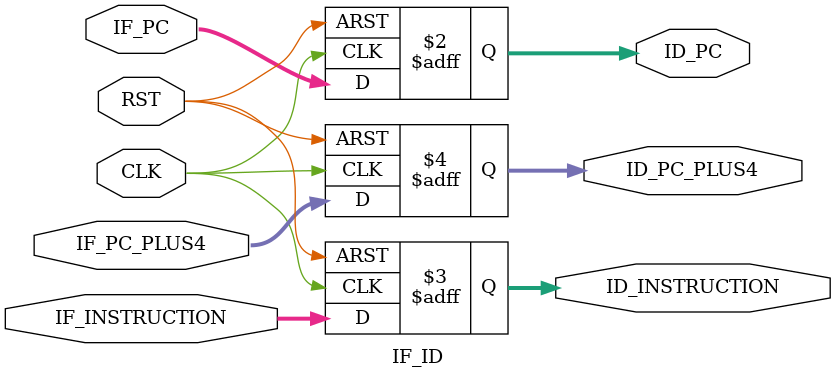
<source format=v>
module IF_ID (
    input wire CLK,
    input wire RST,
    input wire [31:0] IF_PC,
    input wire [31:0] IF_INSTRUCTION,
    input wire [31:0] IF_PC_PLUS4,
    output reg [31:0] ID_PC,
    output reg [31:0] ID_INSTRUCTION,
    output reg [31:0] ID_PC_PLUS4
);

    always @(posedge CLK or posedge RST) begin
        if (RST) begin
            ID_PC <= 32'b0;
            ID_INSTRUCTION <= 32'b0;
            ID_PC_PLUS4 <= 32'b0;
        end else begin
            ID_PC <= IF_PC;
            ID_INSTRUCTION <= IF_INSTRUCTION;
            ID_PC_PLUS4 <= IF_PC_PLUS4;
        end
    end

endmodule

</source>
